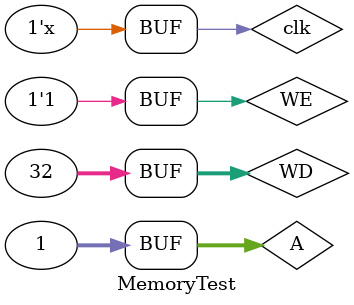
<source format=v>
`timescale 1ns / 1ps

module MemoryTest();
    
    wire[31:0] RD; 
    reg[31:0] A, WD; 
    reg WE, clk = 0;
    
    Memory #(.MEMORY_SIZE(512)) dut (RD, A, WD, WE, clk);
    
    always begin
        #10
        clk = ~clk;
    end
    
    initial begin
        A = 32'd0;
        WD = 32'd20;
        #100
        WE = 1;
        
        #30
        WE = 0;
        A = 32'd1;
        WD = 32'd32;
        #10
        WE = 1;
        
    end
    
endmodule

</source>
